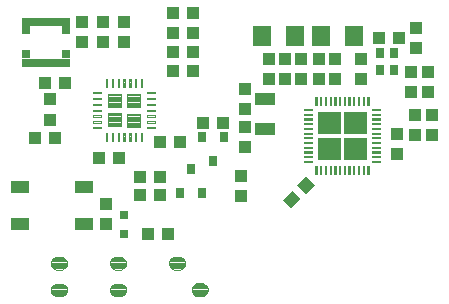
<source format=gtp>
G75*
%MOIN*%
%OFA0B0*%
%FSLAX25Y25*%
%IPPOS*%
%LPD*%
%AMOC8*
5,1,8,0,0,1.08239X$1,22.5*
%
%ADD10R,0.03937X0.04331*%
%ADD11R,0.04331X0.03937*%
%ADD12C,0.00197*%
%ADD13R,0.02953X0.03346*%
%ADD14C,0.00394*%
%ADD15R,0.16260X0.02677*%
%ADD16R,0.03071X0.02953*%
%ADD17R,0.02953X0.03071*%
%ADD18R,0.03150X0.03150*%
%ADD19R,0.06299X0.04331*%
%ADD20R,0.07087X0.03937*%
%ADD21R,0.06299X0.07087*%
%ADD22R,0.03150X0.03543*%
D10*
X0033855Y0084327D03*
X0033855Y0091020D03*
X0044682Y0110114D03*
X0044682Y0116807D03*
X0063875Y0065232D03*
X0063875Y0059130D03*
X0070568Y0059130D03*
X0070568Y0065232D03*
X0073453Y0046335D03*
X0066760Y0046335D03*
X0084938Y0083244D03*
X0091631Y0083244D03*
X0098973Y0081846D03*
X0099052Y0087791D03*
X0099052Y0094484D03*
X0106965Y0097870D03*
X0106965Y0104563D03*
X0112241Y0104563D03*
X0112241Y0097870D03*
X0117477Y0097870D03*
X0117477Y0104563D03*
X0123540Y0104563D03*
X0123540Y0097870D03*
X0128973Y0097870D03*
X0128973Y0104563D03*
X0137477Y0104563D03*
X0137477Y0097870D03*
X0149564Y0079602D03*
X0149564Y0072909D03*
X0155745Y0079209D03*
X0155745Y0085902D03*
X0154327Y0093579D03*
X0154327Y0100272D03*
X0156099Y0108185D03*
X0156099Y0114878D03*
X0159800Y0100272D03*
X0159800Y0093579D03*
X0161453Y0085902D03*
X0161453Y0079209D03*
X0098973Y0075154D03*
X0081493Y0100469D03*
X0081493Y0106768D03*
X0081493Y0113264D03*
X0081493Y0119760D03*
X0074800Y0119760D03*
X0074800Y0113264D03*
X0074800Y0106768D03*
X0074800Y0100469D03*
D11*
X0077162Y0076846D03*
X0070469Y0076846D03*
X0057083Y0071531D03*
X0050390Y0071531D03*
X0052556Y0056177D03*
X0052556Y0049484D03*
X0035627Y0078224D03*
X0028934Y0078224D03*
X0032280Y0096531D03*
X0038973Y0096531D03*
X0051572Y0110114D03*
X0051572Y0116807D03*
X0058658Y0116807D03*
X0058658Y0110114D03*
X0097635Y0065626D03*
X0097635Y0058933D03*
G36*
X0111638Y0057609D02*
X0114699Y0060670D01*
X0117482Y0057887D01*
X0114421Y0054826D01*
X0111638Y0057609D01*
G37*
G36*
X0116370Y0062341D02*
X0119431Y0065402D01*
X0122214Y0062619D01*
X0119153Y0059558D01*
X0116370Y0062341D01*
G37*
X0143698Y0111492D03*
X0150390Y0111492D03*
D12*
X0140154Y0091807D02*
X0139760Y0091807D01*
X0139760Y0089051D01*
X0140154Y0089051D01*
X0140154Y0091807D01*
X0140154Y0091757D02*
X0139760Y0091757D01*
X0139760Y0091562D02*
X0140154Y0091562D01*
X0140154Y0091366D02*
X0139760Y0091366D01*
X0139760Y0091171D02*
X0140154Y0091171D01*
X0140154Y0090976D02*
X0139760Y0090976D01*
X0139760Y0090780D02*
X0140154Y0090780D01*
X0140154Y0090585D02*
X0139760Y0090585D01*
X0139760Y0090390D02*
X0140154Y0090390D01*
X0140154Y0090194D02*
X0139760Y0090194D01*
X0139760Y0089999D02*
X0140154Y0089999D01*
X0140154Y0089804D02*
X0139760Y0089804D01*
X0139760Y0089608D02*
X0140154Y0089608D01*
X0140154Y0089413D02*
X0139760Y0089413D01*
X0139760Y0089217D02*
X0140154Y0089217D01*
X0138579Y0089217D02*
X0138186Y0089217D01*
X0138186Y0089051D02*
X0138186Y0091807D01*
X0138579Y0091807D01*
X0138579Y0089051D01*
X0138186Y0089051D01*
X0138186Y0089413D02*
X0138579Y0089413D01*
X0138579Y0089608D02*
X0138186Y0089608D01*
X0138186Y0089804D02*
X0138579Y0089804D01*
X0138579Y0089999D02*
X0138186Y0089999D01*
X0138186Y0090194D02*
X0138579Y0090194D01*
X0138579Y0090390D02*
X0138186Y0090390D01*
X0138186Y0090585D02*
X0138579Y0090585D01*
X0138579Y0090780D02*
X0138186Y0090780D01*
X0138186Y0090976D02*
X0138579Y0090976D01*
X0138579Y0091171D02*
X0138186Y0091171D01*
X0138186Y0091366D02*
X0138579Y0091366D01*
X0138579Y0091562D02*
X0138186Y0091562D01*
X0138186Y0091757D02*
X0138579Y0091757D01*
X0137005Y0091757D02*
X0136611Y0091757D01*
X0136611Y0091807D02*
X0137005Y0091807D01*
X0137005Y0089051D01*
X0136611Y0089051D01*
X0136611Y0091807D01*
X0136611Y0091562D02*
X0137005Y0091562D01*
X0137005Y0091366D02*
X0136611Y0091366D01*
X0136611Y0091171D02*
X0137005Y0091171D01*
X0137005Y0090976D02*
X0136611Y0090976D01*
X0136611Y0090780D02*
X0137005Y0090780D01*
X0137005Y0090585D02*
X0136611Y0090585D01*
X0136611Y0090390D02*
X0137005Y0090390D01*
X0137005Y0090194D02*
X0136611Y0090194D01*
X0136611Y0089999D02*
X0137005Y0089999D01*
X0137005Y0089804D02*
X0136611Y0089804D01*
X0136611Y0089608D02*
X0137005Y0089608D01*
X0137005Y0089413D02*
X0136611Y0089413D01*
X0136611Y0089217D02*
X0137005Y0089217D01*
X0135430Y0089217D02*
X0135036Y0089217D01*
X0135036Y0089051D02*
X0135036Y0091807D01*
X0135430Y0091807D01*
X0135430Y0089051D01*
X0135036Y0089051D01*
X0135036Y0089413D02*
X0135430Y0089413D01*
X0135430Y0089608D02*
X0135036Y0089608D01*
X0135036Y0089804D02*
X0135430Y0089804D01*
X0135430Y0089999D02*
X0135036Y0089999D01*
X0135036Y0090194D02*
X0135430Y0090194D01*
X0135430Y0090390D02*
X0135036Y0090390D01*
X0135036Y0090585D02*
X0135430Y0090585D01*
X0135430Y0090780D02*
X0135036Y0090780D01*
X0135036Y0090976D02*
X0135430Y0090976D01*
X0135430Y0091171D02*
X0135036Y0091171D01*
X0135036Y0091366D02*
X0135430Y0091366D01*
X0135430Y0091562D02*
X0135036Y0091562D01*
X0135036Y0091757D02*
X0135430Y0091757D01*
X0133855Y0091757D02*
X0133461Y0091757D01*
X0133461Y0091807D02*
X0133855Y0091807D01*
X0133855Y0089051D01*
X0133461Y0089051D01*
X0133461Y0091807D01*
X0133461Y0091562D02*
X0133855Y0091562D01*
X0133855Y0091366D02*
X0133461Y0091366D01*
X0133461Y0091171D02*
X0133855Y0091171D01*
X0133855Y0090976D02*
X0133461Y0090976D01*
X0133461Y0090780D02*
X0133855Y0090780D01*
X0133855Y0090585D02*
X0133461Y0090585D01*
X0133461Y0090390D02*
X0133855Y0090390D01*
X0133855Y0090194D02*
X0133461Y0090194D01*
X0133461Y0089999D02*
X0133855Y0089999D01*
X0133855Y0089804D02*
X0133461Y0089804D01*
X0133461Y0089608D02*
X0133855Y0089608D01*
X0133855Y0089413D02*
X0133461Y0089413D01*
X0133461Y0089217D02*
X0133855Y0089217D01*
X0132280Y0089217D02*
X0131886Y0089217D01*
X0131886Y0089051D02*
X0131886Y0091807D01*
X0132280Y0091807D01*
X0132280Y0089051D01*
X0131886Y0089051D01*
X0131886Y0089413D02*
X0132280Y0089413D01*
X0132280Y0089608D02*
X0131886Y0089608D01*
X0131886Y0089804D02*
X0132280Y0089804D01*
X0132280Y0089999D02*
X0131886Y0089999D01*
X0131886Y0090194D02*
X0132280Y0090194D01*
X0132280Y0090390D02*
X0131886Y0090390D01*
X0131886Y0090585D02*
X0132280Y0090585D01*
X0132280Y0090780D02*
X0131886Y0090780D01*
X0131886Y0090976D02*
X0132280Y0090976D01*
X0132280Y0091171D02*
X0131886Y0091171D01*
X0131886Y0091366D02*
X0132280Y0091366D01*
X0132280Y0091562D02*
X0131886Y0091562D01*
X0131886Y0091757D02*
X0132280Y0091757D01*
X0130705Y0091757D02*
X0130312Y0091757D01*
X0130312Y0091807D02*
X0130705Y0091807D01*
X0130705Y0089051D01*
X0130312Y0089051D01*
X0130312Y0091807D01*
X0130312Y0091562D02*
X0130705Y0091562D01*
X0130705Y0091366D02*
X0130312Y0091366D01*
X0130312Y0091171D02*
X0130705Y0091171D01*
X0130705Y0090976D02*
X0130312Y0090976D01*
X0130312Y0090780D02*
X0130705Y0090780D01*
X0130705Y0090585D02*
X0130312Y0090585D01*
X0130312Y0090390D02*
X0130705Y0090390D01*
X0130705Y0090194D02*
X0130312Y0090194D01*
X0130312Y0089999D02*
X0130705Y0089999D01*
X0130705Y0089804D02*
X0130312Y0089804D01*
X0130312Y0089608D02*
X0130705Y0089608D01*
X0130705Y0089413D02*
X0130312Y0089413D01*
X0130312Y0089217D02*
X0130705Y0089217D01*
X0129131Y0089217D02*
X0128737Y0089217D01*
X0128737Y0089051D02*
X0128737Y0091807D01*
X0129131Y0091807D01*
X0129131Y0089051D01*
X0128737Y0089051D01*
X0128737Y0089413D02*
X0129131Y0089413D01*
X0129131Y0089608D02*
X0128737Y0089608D01*
X0128737Y0089804D02*
X0129131Y0089804D01*
X0129131Y0089999D02*
X0128737Y0089999D01*
X0128737Y0090194D02*
X0129131Y0090194D01*
X0129131Y0090390D02*
X0128737Y0090390D01*
X0128737Y0090585D02*
X0129131Y0090585D01*
X0129131Y0090780D02*
X0128737Y0090780D01*
X0128737Y0090976D02*
X0129131Y0090976D01*
X0129131Y0091171D02*
X0128737Y0091171D01*
X0128737Y0091366D02*
X0129131Y0091366D01*
X0129131Y0091562D02*
X0128737Y0091562D01*
X0128737Y0091757D02*
X0129131Y0091757D01*
X0127556Y0091757D02*
X0127162Y0091757D01*
X0127162Y0091807D02*
X0127556Y0091807D01*
X0127556Y0089051D01*
X0127162Y0089051D01*
X0127162Y0091807D01*
X0127162Y0091562D02*
X0127556Y0091562D01*
X0127556Y0091366D02*
X0127162Y0091366D01*
X0127162Y0091171D02*
X0127556Y0091171D01*
X0127556Y0090976D02*
X0127162Y0090976D01*
X0127162Y0090780D02*
X0127556Y0090780D01*
X0127556Y0090585D02*
X0127162Y0090585D01*
X0127162Y0090390D02*
X0127556Y0090390D01*
X0127556Y0090194D02*
X0127162Y0090194D01*
X0127162Y0089999D02*
X0127556Y0089999D01*
X0127556Y0089804D02*
X0127162Y0089804D01*
X0127162Y0089608D02*
X0127556Y0089608D01*
X0127556Y0089413D02*
X0127162Y0089413D01*
X0127162Y0089217D02*
X0127556Y0089217D01*
X0125981Y0089217D02*
X0125587Y0089217D01*
X0125587Y0089051D02*
X0125587Y0091807D01*
X0125981Y0091807D01*
X0125981Y0089051D01*
X0125587Y0089051D01*
X0125587Y0089413D02*
X0125981Y0089413D01*
X0125981Y0089608D02*
X0125587Y0089608D01*
X0125587Y0089804D02*
X0125981Y0089804D01*
X0125981Y0089999D02*
X0125587Y0089999D01*
X0125587Y0090194D02*
X0125981Y0090194D01*
X0125981Y0090390D02*
X0125587Y0090390D01*
X0125587Y0090585D02*
X0125981Y0090585D01*
X0125981Y0090780D02*
X0125587Y0090780D01*
X0125587Y0090976D02*
X0125981Y0090976D01*
X0125981Y0091171D02*
X0125587Y0091171D01*
X0125587Y0091366D02*
X0125981Y0091366D01*
X0125981Y0091562D02*
X0125587Y0091562D01*
X0125587Y0091757D02*
X0125981Y0091757D01*
X0124406Y0091757D02*
X0124012Y0091757D01*
X0124012Y0091807D02*
X0124406Y0091807D01*
X0124406Y0089051D01*
X0124012Y0089051D01*
X0124012Y0091807D01*
X0124012Y0091562D02*
X0124406Y0091562D01*
X0124406Y0091366D02*
X0124012Y0091366D01*
X0124012Y0091171D02*
X0124406Y0091171D01*
X0124406Y0090976D02*
X0124012Y0090976D01*
X0124012Y0090780D02*
X0124406Y0090780D01*
X0124406Y0090585D02*
X0124012Y0090585D01*
X0124012Y0090390D02*
X0124406Y0090390D01*
X0124406Y0090194D02*
X0124012Y0090194D01*
X0124012Y0089999D02*
X0124406Y0089999D01*
X0124406Y0089804D02*
X0124012Y0089804D01*
X0124012Y0089608D02*
X0124406Y0089608D01*
X0124406Y0089413D02*
X0124012Y0089413D01*
X0124012Y0089217D02*
X0124406Y0089217D01*
X0122831Y0089217D02*
X0122438Y0089217D01*
X0122438Y0089051D02*
X0122438Y0091807D01*
X0122831Y0091807D01*
X0122831Y0089051D01*
X0122438Y0089051D01*
X0122438Y0089413D02*
X0122831Y0089413D01*
X0122831Y0089608D02*
X0122438Y0089608D01*
X0122438Y0089804D02*
X0122831Y0089804D01*
X0122831Y0089999D02*
X0122438Y0089999D01*
X0122438Y0090194D02*
X0122831Y0090194D01*
X0122831Y0090390D02*
X0122438Y0090390D01*
X0122438Y0090585D02*
X0122831Y0090585D01*
X0122831Y0090780D02*
X0122438Y0090780D01*
X0122438Y0090976D02*
X0122831Y0090976D01*
X0122831Y0091171D02*
X0122438Y0091171D01*
X0122438Y0091366D02*
X0122831Y0091366D01*
X0122831Y0091562D02*
X0122438Y0091562D01*
X0122438Y0091757D02*
X0122831Y0091757D01*
X0121257Y0087870D02*
X0121257Y0087476D01*
X0118501Y0087476D01*
X0118501Y0087870D01*
X0121257Y0087870D01*
X0121257Y0087850D02*
X0118501Y0087850D01*
X0118501Y0087655D02*
X0121257Y0087655D01*
X0121257Y0086295D02*
X0121257Y0085902D01*
X0118501Y0085902D01*
X0118501Y0086295D01*
X0121257Y0086295D01*
X0121257Y0086287D02*
X0118501Y0086287D01*
X0118501Y0086092D02*
X0121257Y0086092D01*
X0121257Y0084720D02*
X0121257Y0084327D01*
X0118501Y0084327D01*
X0118501Y0084720D01*
X0121257Y0084720D01*
X0121257Y0084529D02*
X0118501Y0084529D01*
X0118501Y0084333D02*
X0121257Y0084333D01*
X0121257Y0083146D02*
X0121257Y0082752D01*
X0118501Y0082752D01*
X0118501Y0083146D01*
X0121257Y0083146D01*
X0121257Y0082966D02*
X0118501Y0082966D01*
X0118501Y0082771D02*
X0121257Y0082771D01*
X0121257Y0081571D02*
X0121257Y0081177D01*
X0118501Y0081177D01*
X0118501Y0081571D01*
X0121257Y0081571D01*
X0121257Y0081403D02*
X0118501Y0081403D01*
X0118501Y0081208D02*
X0121257Y0081208D01*
X0121257Y0079996D02*
X0121257Y0079602D01*
X0118501Y0079602D01*
X0118501Y0079996D01*
X0121257Y0079996D01*
X0121257Y0079840D02*
X0118501Y0079840D01*
X0118501Y0079645D02*
X0121257Y0079645D01*
X0121257Y0078421D02*
X0121257Y0078028D01*
X0118501Y0078028D01*
X0118501Y0078421D01*
X0121257Y0078421D01*
X0121257Y0078277D02*
X0118501Y0078277D01*
X0118501Y0078082D02*
X0121257Y0078082D01*
X0121257Y0076846D02*
X0121257Y0076453D01*
X0118501Y0076453D01*
X0118501Y0076846D01*
X0121257Y0076846D01*
X0121257Y0076714D02*
X0118501Y0076714D01*
X0118501Y0076519D02*
X0121257Y0076519D01*
X0121257Y0075272D02*
X0121257Y0074878D01*
X0118501Y0074878D01*
X0118501Y0075272D01*
X0121257Y0075272D01*
X0121257Y0075151D02*
X0118501Y0075151D01*
X0118501Y0074956D02*
X0121257Y0074956D01*
X0121257Y0073697D02*
X0121257Y0073303D01*
X0118501Y0073303D01*
X0118501Y0073697D01*
X0121257Y0073697D01*
X0121257Y0073589D02*
X0118501Y0073589D01*
X0118501Y0073393D02*
X0121257Y0073393D01*
X0121257Y0072122D02*
X0121257Y0071728D01*
X0118501Y0071728D01*
X0118501Y0072122D01*
X0121257Y0072122D01*
X0121257Y0072026D02*
X0118501Y0072026D01*
X0118501Y0071830D02*
X0121257Y0071830D01*
X0121257Y0070547D02*
X0121257Y0070154D01*
X0118501Y0070154D01*
X0118501Y0070547D01*
X0121257Y0070547D01*
X0121257Y0070463D02*
X0118501Y0070463D01*
X0118501Y0070267D02*
X0121257Y0070267D01*
X0122438Y0068972D02*
X0122831Y0068972D01*
X0122831Y0066217D01*
X0122438Y0066217D01*
X0122438Y0068972D01*
X0122438Y0068900D02*
X0122831Y0068900D01*
X0122831Y0068704D02*
X0122438Y0068704D01*
X0122438Y0068509D02*
X0122831Y0068509D01*
X0122831Y0068314D02*
X0122438Y0068314D01*
X0122438Y0068118D02*
X0122831Y0068118D01*
X0122831Y0067923D02*
X0122438Y0067923D01*
X0122438Y0067728D02*
X0122831Y0067728D01*
X0122831Y0067532D02*
X0122438Y0067532D01*
X0122438Y0067337D02*
X0122831Y0067337D01*
X0122831Y0067142D02*
X0122438Y0067142D01*
X0122438Y0066946D02*
X0122831Y0066946D01*
X0122831Y0066751D02*
X0122438Y0066751D01*
X0122438Y0066555D02*
X0122831Y0066555D01*
X0122831Y0066360D02*
X0122438Y0066360D01*
X0124012Y0066360D02*
X0124406Y0066360D01*
X0124406Y0066217D02*
X0124012Y0066217D01*
X0124012Y0068972D01*
X0124406Y0068972D01*
X0124406Y0066217D01*
X0124406Y0066555D02*
X0124012Y0066555D01*
X0124012Y0066751D02*
X0124406Y0066751D01*
X0124406Y0066946D02*
X0124012Y0066946D01*
X0124012Y0067142D02*
X0124406Y0067142D01*
X0124406Y0067337D02*
X0124012Y0067337D01*
X0124012Y0067532D02*
X0124406Y0067532D01*
X0124406Y0067728D02*
X0124012Y0067728D01*
X0124012Y0067923D02*
X0124406Y0067923D01*
X0124406Y0068118D02*
X0124012Y0068118D01*
X0124012Y0068314D02*
X0124406Y0068314D01*
X0124406Y0068509D02*
X0124012Y0068509D01*
X0124012Y0068704D02*
X0124406Y0068704D01*
X0124406Y0068900D02*
X0124012Y0068900D01*
X0125587Y0068900D02*
X0125981Y0068900D01*
X0125981Y0068972D02*
X0125981Y0066217D01*
X0125587Y0066217D01*
X0125587Y0068972D01*
X0125981Y0068972D01*
X0125981Y0068704D02*
X0125587Y0068704D01*
X0125587Y0068509D02*
X0125981Y0068509D01*
X0125981Y0068314D02*
X0125587Y0068314D01*
X0125587Y0068118D02*
X0125981Y0068118D01*
X0125981Y0067923D02*
X0125587Y0067923D01*
X0125587Y0067728D02*
X0125981Y0067728D01*
X0125981Y0067532D02*
X0125587Y0067532D01*
X0125587Y0067337D02*
X0125981Y0067337D01*
X0125981Y0067142D02*
X0125587Y0067142D01*
X0125587Y0066946D02*
X0125981Y0066946D01*
X0125981Y0066751D02*
X0125587Y0066751D01*
X0125587Y0066555D02*
X0125981Y0066555D01*
X0125981Y0066360D02*
X0125587Y0066360D01*
X0127162Y0066360D02*
X0127556Y0066360D01*
X0127556Y0066217D02*
X0127162Y0066217D01*
X0127162Y0068972D01*
X0127556Y0068972D01*
X0127556Y0066217D01*
X0127556Y0066555D02*
X0127162Y0066555D01*
X0127162Y0066751D02*
X0127556Y0066751D01*
X0127556Y0066946D02*
X0127162Y0066946D01*
X0127162Y0067142D02*
X0127556Y0067142D01*
X0127556Y0067337D02*
X0127162Y0067337D01*
X0127162Y0067532D02*
X0127556Y0067532D01*
X0127556Y0067728D02*
X0127162Y0067728D01*
X0127162Y0067923D02*
X0127556Y0067923D01*
X0127556Y0068118D02*
X0127162Y0068118D01*
X0127162Y0068314D02*
X0127556Y0068314D01*
X0127556Y0068509D02*
X0127162Y0068509D01*
X0127162Y0068704D02*
X0127556Y0068704D01*
X0127556Y0068900D02*
X0127162Y0068900D01*
X0128737Y0068900D02*
X0129131Y0068900D01*
X0129131Y0068972D02*
X0129131Y0066217D01*
X0128737Y0066217D01*
X0128737Y0068972D01*
X0129131Y0068972D01*
X0129131Y0068704D02*
X0128737Y0068704D01*
X0128737Y0068509D02*
X0129131Y0068509D01*
X0129131Y0068314D02*
X0128737Y0068314D01*
X0128737Y0068118D02*
X0129131Y0068118D01*
X0129131Y0067923D02*
X0128737Y0067923D01*
X0128737Y0067728D02*
X0129131Y0067728D01*
X0129131Y0067532D02*
X0128737Y0067532D01*
X0128737Y0067337D02*
X0129131Y0067337D01*
X0129131Y0067142D02*
X0128737Y0067142D01*
X0128737Y0066946D02*
X0129131Y0066946D01*
X0129131Y0066751D02*
X0128737Y0066751D01*
X0128737Y0066555D02*
X0129131Y0066555D01*
X0129131Y0066360D02*
X0128737Y0066360D01*
X0130312Y0066360D02*
X0130705Y0066360D01*
X0130705Y0066217D02*
X0130312Y0066217D01*
X0130312Y0068972D01*
X0130705Y0068972D01*
X0130705Y0066217D01*
X0130705Y0066555D02*
X0130312Y0066555D01*
X0130312Y0066751D02*
X0130705Y0066751D01*
X0130705Y0066946D02*
X0130312Y0066946D01*
X0130312Y0067142D02*
X0130705Y0067142D01*
X0130705Y0067337D02*
X0130312Y0067337D01*
X0130312Y0067532D02*
X0130705Y0067532D01*
X0130705Y0067728D02*
X0130312Y0067728D01*
X0130312Y0067923D02*
X0130705Y0067923D01*
X0130705Y0068118D02*
X0130312Y0068118D01*
X0130312Y0068314D02*
X0130705Y0068314D01*
X0130705Y0068509D02*
X0130312Y0068509D01*
X0130312Y0068704D02*
X0130705Y0068704D01*
X0130705Y0068900D02*
X0130312Y0068900D01*
X0131886Y0068900D02*
X0132280Y0068900D01*
X0132280Y0068972D02*
X0132280Y0066217D01*
X0131886Y0066217D01*
X0131886Y0068972D01*
X0132280Y0068972D01*
X0132280Y0068704D02*
X0131886Y0068704D01*
X0131886Y0068509D02*
X0132280Y0068509D01*
X0132280Y0068314D02*
X0131886Y0068314D01*
X0131886Y0068118D02*
X0132280Y0068118D01*
X0132280Y0067923D02*
X0131886Y0067923D01*
X0131886Y0067728D02*
X0132280Y0067728D01*
X0132280Y0067532D02*
X0131886Y0067532D01*
X0131886Y0067337D02*
X0132280Y0067337D01*
X0132280Y0067142D02*
X0131886Y0067142D01*
X0131886Y0066946D02*
X0132280Y0066946D01*
X0132280Y0066751D02*
X0131886Y0066751D01*
X0131886Y0066555D02*
X0132280Y0066555D01*
X0132280Y0066360D02*
X0131886Y0066360D01*
X0133461Y0066360D02*
X0133855Y0066360D01*
X0133855Y0066217D02*
X0133461Y0066217D01*
X0133461Y0068972D01*
X0133855Y0068972D01*
X0133855Y0066217D01*
X0133855Y0066555D02*
X0133461Y0066555D01*
X0133461Y0066751D02*
X0133855Y0066751D01*
X0133855Y0066946D02*
X0133461Y0066946D01*
X0133461Y0067142D02*
X0133855Y0067142D01*
X0133855Y0067337D02*
X0133461Y0067337D01*
X0133461Y0067532D02*
X0133855Y0067532D01*
X0133855Y0067728D02*
X0133461Y0067728D01*
X0133461Y0067923D02*
X0133855Y0067923D01*
X0133855Y0068118D02*
X0133461Y0068118D01*
X0133461Y0068314D02*
X0133855Y0068314D01*
X0133855Y0068509D02*
X0133461Y0068509D01*
X0133461Y0068704D02*
X0133855Y0068704D01*
X0133855Y0068900D02*
X0133461Y0068900D01*
X0135036Y0068900D02*
X0135430Y0068900D01*
X0135430Y0068972D02*
X0135430Y0066217D01*
X0135036Y0066217D01*
X0135036Y0068972D01*
X0135430Y0068972D01*
X0135430Y0068704D02*
X0135036Y0068704D01*
X0135036Y0068509D02*
X0135430Y0068509D01*
X0135430Y0068314D02*
X0135036Y0068314D01*
X0135036Y0068118D02*
X0135430Y0068118D01*
X0135430Y0067923D02*
X0135036Y0067923D01*
X0135036Y0067728D02*
X0135430Y0067728D01*
X0135430Y0067532D02*
X0135036Y0067532D01*
X0135036Y0067337D02*
X0135430Y0067337D01*
X0135430Y0067142D02*
X0135036Y0067142D01*
X0135036Y0066946D02*
X0135430Y0066946D01*
X0135430Y0066751D02*
X0135036Y0066751D01*
X0135036Y0066555D02*
X0135430Y0066555D01*
X0135430Y0066360D02*
X0135036Y0066360D01*
X0136611Y0066360D02*
X0137005Y0066360D01*
X0137005Y0066217D02*
X0136611Y0066217D01*
X0136611Y0068972D01*
X0137005Y0068972D01*
X0137005Y0066217D01*
X0137005Y0066555D02*
X0136611Y0066555D01*
X0136611Y0066751D02*
X0137005Y0066751D01*
X0137005Y0066946D02*
X0136611Y0066946D01*
X0136611Y0067142D02*
X0137005Y0067142D01*
X0137005Y0067337D02*
X0136611Y0067337D01*
X0136611Y0067532D02*
X0137005Y0067532D01*
X0137005Y0067728D02*
X0136611Y0067728D01*
X0136611Y0067923D02*
X0137005Y0067923D01*
X0137005Y0068118D02*
X0136611Y0068118D01*
X0136611Y0068314D02*
X0137005Y0068314D01*
X0137005Y0068509D02*
X0136611Y0068509D01*
X0136611Y0068704D02*
X0137005Y0068704D01*
X0137005Y0068900D02*
X0136611Y0068900D01*
X0138186Y0068900D02*
X0138579Y0068900D01*
X0138579Y0068972D02*
X0138579Y0066217D01*
X0138186Y0066217D01*
X0138186Y0068972D01*
X0138579Y0068972D01*
X0138579Y0068704D02*
X0138186Y0068704D01*
X0138186Y0068509D02*
X0138579Y0068509D01*
X0138579Y0068314D02*
X0138186Y0068314D01*
X0138186Y0068118D02*
X0138579Y0068118D01*
X0138579Y0067923D02*
X0138186Y0067923D01*
X0138186Y0067728D02*
X0138579Y0067728D01*
X0138579Y0067532D02*
X0138186Y0067532D01*
X0138186Y0067337D02*
X0138579Y0067337D01*
X0138579Y0067142D02*
X0138186Y0067142D01*
X0138186Y0066946D02*
X0138579Y0066946D01*
X0138579Y0066751D02*
X0138186Y0066751D01*
X0138186Y0066555D02*
X0138579Y0066555D01*
X0138579Y0066360D02*
X0138186Y0066360D01*
X0139760Y0066360D02*
X0140154Y0066360D01*
X0140154Y0066217D02*
X0139760Y0066217D01*
X0139760Y0068972D01*
X0140154Y0068972D01*
X0140154Y0066217D01*
X0140154Y0066555D02*
X0139760Y0066555D01*
X0139760Y0066751D02*
X0140154Y0066751D01*
X0140154Y0066946D02*
X0139760Y0066946D01*
X0139760Y0067142D02*
X0140154Y0067142D01*
X0140154Y0067337D02*
X0139760Y0067337D01*
X0139760Y0067532D02*
X0140154Y0067532D01*
X0140154Y0067728D02*
X0139760Y0067728D01*
X0139760Y0067923D02*
X0140154Y0067923D01*
X0140154Y0068118D02*
X0139760Y0068118D01*
X0139760Y0068314D02*
X0140154Y0068314D01*
X0140154Y0068509D02*
X0139760Y0068509D01*
X0139760Y0068704D02*
X0140154Y0068704D01*
X0140154Y0068900D02*
X0139760Y0068900D01*
X0141335Y0070154D02*
X0141335Y0070547D01*
X0144091Y0070547D01*
X0144091Y0070154D01*
X0141335Y0070154D01*
X0141335Y0070267D02*
X0144091Y0070267D01*
X0144091Y0070463D02*
X0141335Y0070463D01*
X0141335Y0071728D02*
X0141335Y0072122D01*
X0144091Y0072122D01*
X0144091Y0071728D01*
X0141335Y0071728D01*
X0141335Y0071830D02*
X0144091Y0071830D01*
X0144091Y0072026D02*
X0141335Y0072026D01*
X0141335Y0073303D02*
X0141335Y0073697D01*
X0144091Y0073697D01*
X0144091Y0073303D01*
X0141335Y0073303D01*
X0141335Y0073393D02*
X0144091Y0073393D01*
X0144091Y0073589D02*
X0141335Y0073589D01*
X0141335Y0074878D02*
X0141335Y0075272D01*
X0144091Y0075272D01*
X0144091Y0074878D01*
X0141335Y0074878D01*
X0141335Y0074956D02*
X0144091Y0074956D01*
X0144091Y0075151D02*
X0141335Y0075151D01*
X0141335Y0076453D02*
X0141335Y0076846D01*
X0144091Y0076846D01*
X0144091Y0076453D01*
X0141335Y0076453D01*
X0141335Y0076519D02*
X0144091Y0076519D01*
X0144091Y0076714D02*
X0141335Y0076714D01*
X0141335Y0078028D02*
X0141335Y0078421D01*
X0144091Y0078421D01*
X0144091Y0078028D01*
X0141335Y0078028D01*
X0141335Y0078082D02*
X0144091Y0078082D01*
X0144091Y0078277D02*
X0141335Y0078277D01*
X0141335Y0079602D02*
X0141335Y0079996D01*
X0144091Y0079996D01*
X0144091Y0079602D01*
X0141335Y0079602D01*
X0141335Y0079645D02*
X0144091Y0079645D01*
X0144091Y0079840D02*
X0141335Y0079840D01*
X0141335Y0081177D02*
X0141335Y0081571D01*
X0144091Y0081571D01*
X0144091Y0081177D01*
X0141335Y0081177D01*
X0141335Y0081208D02*
X0144091Y0081208D01*
X0144091Y0081403D02*
X0141335Y0081403D01*
X0141335Y0082752D02*
X0141335Y0083146D01*
X0144091Y0083146D01*
X0144091Y0082752D01*
X0141335Y0082752D01*
X0141335Y0082771D02*
X0144091Y0082771D01*
X0144091Y0082966D02*
X0141335Y0082966D01*
X0141335Y0084327D02*
X0141335Y0084720D01*
X0144091Y0084720D01*
X0144091Y0084327D01*
X0141335Y0084327D01*
X0141335Y0084333D02*
X0144091Y0084333D01*
X0144091Y0084529D02*
X0141335Y0084529D01*
X0141335Y0085902D02*
X0141335Y0086295D01*
X0144091Y0086295D01*
X0144091Y0085902D01*
X0141335Y0085902D01*
X0141335Y0086092D02*
X0144091Y0086092D01*
X0144091Y0086287D02*
X0141335Y0086287D01*
X0141335Y0087476D02*
X0141335Y0087870D01*
X0144091Y0087870D01*
X0144091Y0087476D01*
X0141335Y0087476D01*
X0141335Y0087655D02*
X0144091Y0087655D01*
X0144091Y0087850D02*
X0141335Y0087850D01*
X0139170Y0086886D02*
X0139170Y0079799D01*
X0132083Y0079799D01*
X0132083Y0086886D01*
X0139170Y0086886D01*
X0139170Y0086873D02*
X0132083Y0086873D01*
X0132083Y0086678D02*
X0139170Y0086678D01*
X0139170Y0086482D02*
X0132083Y0086482D01*
X0132083Y0086287D02*
X0139170Y0086287D01*
X0139170Y0086092D02*
X0132083Y0086092D01*
X0132083Y0085896D02*
X0139170Y0085896D01*
X0139170Y0085701D02*
X0132083Y0085701D01*
X0132083Y0085506D02*
X0139170Y0085506D01*
X0139170Y0085310D02*
X0132083Y0085310D01*
X0132083Y0085115D02*
X0139170Y0085115D01*
X0139170Y0084920D02*
X0132083Y0084920D01*
X0132083Y0084724D02*
X0139170Y0084724D01*
X0139170Y0084529D02*
X0132083Y0084529D01*
X0132083Y0084333D02*
X0139170Y0084333D01*
X0139170Y0084138D02*
X0132083Y0084138D01*
X0132083Y0083943D02*
X0139170Y0083943D01*
X0139170Y0083747D02*
X0132083Y0083747D01*
X0132083Y0083552D02*
X0139170Y0083552D01*
X0139170Y0083357D02*
X0132083Y0083357D01*
X0132083Y0083161D02*
X0139170Y0083161D01*
X0139170Y0082966D02*
X0132083Y0082966D01*
X0132083Y0082771D02*
X0139170Y0082771D01*
X0139170Y0082575D02*
X0132083Y0082575D01*
X0132083Y0082380D02*
X0139170Y0082380D01*
X0139170Y0082184D02*
X0132083Y0082184D01*
X0132083Y0081989D02*
X0139170Y0081989D01*
X0139170Y0081794D02*
X0132083Y0081794D01*
X0132083Y0081598D02*
X0139170Y0081598D01*
X0139170Y0081403D02*
X0132083Y0081403D01*
X0132083Y0081208D02*
X0139170Y0081208D01*
X0139170Y0081012D02*
X0132083Y0081012D01*
X0132083Y0080817D02*
X0139170Y0080817D01*
X0139170Y0080622D02*
X0132083Y0080622D01*
X0132083Y0080426D02*
X0139170Y0080426D01*
X0139170Y0080231D02*
X0132083Y0080231D01*
X0132083Y0080035D02*
X0139170Y0080035D01*
X0139170Y0079840D02*
X0132083Y0079840D01*
X0130509Y0079840D02*
X0123422Y0079840D01*
X0123422Y0079799D02*
X0123422Y0086886D01*
X0130509Y0086886D01*
X0130509Y0079799D01*
X0123422Y0079799D01*
X0123422Y0080035D02*
X0130509Y0080035D01*
X0130509Y0080231D02*
X0123422Y0080231D01*
X0123422Y0080426D02*
X0130509Y0080426D01*
X0130509Y0080622D02*
X0123422Y0080622D01*
X0123422Y0080817D02*
X0130509Y0080817D01*
X0130509Y0081012D02*
X0123422Y0081012D01*
X0123422Y0081208D02*
X0130509Y0081208D01*
X0130509Y0081403D02*
X0123422Y0081403D01*
X0123422Y0081598D02*
X0130509Y0081598D01*
X0130509Y0081794D02*
X0123422Y0081794D01*
X0123422Y0081989D02*
X0130509Y0081989D01*
X0130509Y0082184D02*
X0123422Y0082184D01*
X0123422Y0082380D02*
X0130509Y0082380D01*
X0130509Y0082575D02*
X0123422Y0082575D01*
X0123422Y0082771D02*
X0130509Y0082771D01*
X0130509Y0082966D02*
X0123422Y0082966D01*
X0123422Y0083161D02*
X0130509Y0083161D01*
X0130509Y0083357D02*
X0123422Y0083357D01*
X0123422Y0083552D02*
X0130509Y0083552D01*
X0130509Y0083747D02*
X0123422Y0083747D01*
X0123422Y0083943D02*
X0130509Y0083943D01*
X0130509Y0084138D02*
X0123422Y0084138D01*
X0123422Y0084333D02*
X0130509Y0084333D01*
X0130509Y0084529D02*
X0123422Y0084529D01*
X0123422Y0084724D02*
X0130509Y0084724D01*
X0130509Y0084920D02*
X0123422Y0084920D01*
X0123422Y0085115D02*
X0130509Y0085115D01*
X0130509Y0085310D02*
X0123422Y0085310D01*
X0123422Y0085506D02*
X0130509Y0085506D01*
X0130509Y0085701D02*
X0123422Y0085701D01*
X0123422Y0085896D02*
X0130509Y0085896D01*
X0130509Y0086092D02*
X0123422Y0086092D01*
X0123422Y0086287D02*
X0130509Y0086287D01*
X0130509Y0086482D02*
X0123422Y0086482D01*
X0123422Y0086678D02*
X0130509Y0086678D01*
X0130509Y0086873D02*
X0123422Y0086873D01*
X0123422Y0078224D02*
X0123422Y0071138D01*
X0130509Y0071138D01*
X0130509Y0078224D01*
X0123422Y0078224D01*
X0123422Y0078082D02*
X0130509Y0078082D01*
X0130509Y0077886D02*
X0123422Y0077886D01*
X0123422Y0077691D02*
X0130509Y0077691D01*
X0130509Y0077496D02*
X0123422Y0077496D01*
X0123422Y0077300D02*
X0130509Y0077300D01*
X0130509Y0077105D02*
X0123422Y0077105D01*
X0123422Y0076910D02*
X0130509Y0076910D01*
X0130509Y0076714D02*
X0123422Y0076714D01*
X0123422Y0076519D02*
X0130509Y0076519D01*
X0130509Y0076324D02*
X0123422Y0076324D01*
X0123422Y0076128D02*
X0130509Y0076128D01*
X0130509Y0075933D02*
X0123422Y0075933D01*
X0123422Y0075738D02*
X0130509Y0075738D01*
X0130509Y0075542D02*
X0123422Y0075542D01*
X0123422Y0075347D02*
X0130509Y0075347D01*
X0130509Y0075151D02*
X0123422Y0075151D01*
X0123422Y0074956D02*
X0130509Y0074956D01*
X0130509Y0074761D02*
X0123422Y0074761D01*
X0123422Y0074565D02*
X0130509Y0074565D01*
X0130509Y0074370D02*
X0123422Y0074370D01*
X0123422Y0074175D02*
X0130509Y0074175D01*
X0130509Y0073979D02*
X0123422Y0073979D01*
X0123422Y0073784D02*
X0130509Y0073784D01*
X0130509Y0073589D02*
X0123422Y0073589D01*
X0123422Y0073393D02*
X0130509Y0073393D01*
X0130509Y0073198D02*
X0123422Y0073198D01*
X0123422Y0073002D02*
X0130509Y0073002D01*
X0130509Y0072807D02*
X0123422Y0072807D01*
X0123422Y0072612D02*
X0130509Y0072612D01*
X0130509Y0072416D02*
X0123422Y0072416D01*
X0123422Y0072221D02*
X0130509Y0072221D01*
X0130509Y0072026D02*
X0123422Y0072026D01*
X0123422Y0071830D02*
X0130509Y0071830D01*
X0130509Y0071635D02*
X0123422Y0071635D01*
X0123422Y0071440D02*
X0130509Y0071440D01*
X0130509Y0071244D02*
X0123422Y0071244D01*
X0132083Y0071244D02*
X0139170Y0071244D01*
X0139170Y0071138D02*
X0132083Y0071138D01*
X0132083Y0078224D01*
X0139170Y0078224D01*
X0139170Y0071138D01*
X0139170Y0071440D02*
X0132083Y0071440D01*
X0132083Y0071635D02*
X0139170Y0071635D01*
X0139170Y0071830D02*
X0132083Y0071830D01*
X0132083Y0072026D02*
X0139170Y0072026D01*
X0139170Y0072221D02*
X0132083Y0072221D01*
X0132083Y0072416D02*
X0139170Y0072416D01*
X0139170Y0072612D02*
X0132083Y0072612D01*
X0132083Y0072807D02*
X0139170Y0072807D01*
X0139170Y0073002D02*
X0132083Y0073002D01*
X0132083Y0073198D02*
X0139170Y0073198D01*
X0139170Y0073393D02*
X0132083Y0073393D01*
X0132083Y0073589D02*
X0139170Y0073589D01*
X0139170Y0073784D02*
X0132083Y0073784D01*
X0132083Y0073979D02*
X0139170Y0073979D01*
X0139170Y0074175D02*
X0132083Y0074175D01*
X0132083Y0074370D02*
X0139170Y0074370D01*
X0139170Y0074565D02*
X0132083Y0074565D01*
X0132083Y0074761D02*
X0139170Y0074761D01*
X0139170Y0074956D02*
X0132083Y0074956D01*
X0132083Y0075151D02*
X0139170Y0075151D01*
X0139170Y0075347D02*
X0132083Y0075347D01*
X0132083Y0075542D02*
X0139170Y0075542D01*
X0139170Y0075738D02*
X0132083Y0075738D01*
X0132083Y0075933D02*
X0139170Y0075933D01*
X0139170Y0076128D02*
X0132083Y0076128D01*
X0132083Y0076324D02*
X0139170Y0076324D01*
X0139170Y0076519D02*
X0132083Y0076519D01*
X0132083Y0076714D02*
X0139170Y0076714D01*
X0139170Y0076910D02*
X0132083Y0076910D01*
X0132083Y0077105D02*
X0139170Y0077105D01*
X0139170Y0077300D02*
X0132083Y0077300D01*
X0132083Y0077496D02*
X0139170Y0077496D01*
X0139170Y0077691D02*
X0132083Y0077691D01*
X0132083Y0077886D02*
X0139170Y0077886D01*
X0139170Y0078082D02*
X0132083Y0078082D01*
D13*
X0143953Y0100764D03*
X0143953Y0106472D03*
X0148481Y0106472D03*
X0148481Y0100764D03*
D14*
X0086119Y0028913D02*
X0086512Y0028126D01*
X0086512Y0027142D01*
X0086119Y0026354D01*
X0085725Y0025961D01*
X0084938Y0025567D01*
X0082772Y0025567D01*
X0081985Y0025961D01*
X0081591Y0026354D01*
X0081198Y0027142D01*
X0081198Y0028126D01*
X0081591Y0028913D01*
X0081985Y0029307D01*
X0082772Y0029701D01*
X0084938Y0029701D01*
X0085725Y0029307D01*
X0086119Y0028913D01*
X0086159Y0028833D02*
X0081551Y0028833D01*
X0081355Y0028441D02*
X0086355Y0028441D01*
X0086512Y0028048D02*
X0081198Y0028048D01*
X0081198Y0027656D02*
X0086512Y0027656D01*
X0086512Y0027264D02*
X0081198Y0027264D01*
X0081332Y0026872D02*
X0086377Y0026872D01*
X0086181Y0026480D02*
X0081529Y0026480D01*
X0081858Y0026087D02*
X0085852Y0026087D01*
X0085194Y0025695D02*
X0082516Y0025695D01*
X0081903Y0029225D02*
X0085807Y0029225D01*
X0085105Y0029617D02*
X0082605Y0029617D01*
X0078540Y0035114D02*
X0078934Y0035902D01*
X0078934Y0036098D01*
X0078934Y0036886D01*
X0078540Y0037673D01*
X0078146Y0038067D01*
X0077359Y0038461D01*
X0075194Y0038461D01*
X0074406Y0038067D01*
X0074012Y0037673D01*
X0073816Y0037280D01*
X0073619Y0036886D01*
X0073619Y0035902D01*
X0073816Y0035508D01*
X0074012Y0035114D01*
X0074406Y0034720D01*
X0075194Y0034327D01*
X0077359Y0034327D01*
X0078146Y0034720D01*
X0078540Y0035114D01*
X0078534Y0035108D02*
X0074018Y0035108D01*
X0073819Y0035500D02*
X0078733Y0035500D01*
X0078929Y0035893D02*
X0073623Y0035893D01*
X0073619Y0036285D02*
X0078934Y0036285D01*
X0078934Y0036677D02*
X0073619Y0036677D01*
X0073710Y0037069D02*
X0078842Y0037069D01*
X0078646Y0037461D02*
X0073907Y0037461D01*
X0074193Y0037854D02*
X0078360Y0037854D01*
X0077788Y0038246D02*
X0074764Y0038246D01*
X0074415Y0034716D02*
X0078137Y0034716D01*
X0059249Y0035902D02*
X0059249Y0036098D01*
X0059249Y0036886D01*
X0058855Y0037673D01*
X0058461Y0038067D01*
X0057674Y0038461D01*
X0055509Y0038461D01*
X0054721Y0038067D01*
X0054327Y0037673D01*
X0054131Y0037280D01*
X0053934Y0036886D01*
X0053934Y0035902D01*
X0054131Y0035508D01*
X0054327Y0035114D01*
X0054721Y0034720D01*
X0055509Y0034327D01*
X0057674Y0034327D01*
X0058461Y0034720D01*
X0058855Y0035114D01*
X0059249Y0035902D01*
X0059244Y0035893D02*
X0053938Y0035893D01*
X0053934Y0036285D02*
X0059249Y0036285D01*
X0059249Y0036677D02*
X0053934Y0036677D01*
X0054025Y0037069D02*
X0059157Y0037069D01*
X0058961Y0037461D02*
X0054222Y0037461D01*
X0054508Y0037854D02*
X0058675Y0037854D01*
X0058103Y0038246D02*
X0055079Y0038246D01*
X0054134Y0035500D02*
X0059048Y0035500D01*
X0058849Y0035108D02*
X0054333Y0035108D01*
X0054730Y0034716D02*
X0058452Y0034716D01*
X0057674Y0029602D02*
X0055509Y0029602D01*
X0054721Y0029209D01*
X0054327Y0028815D01*
X0054131Y0028421D01*
X0053934Y0028028D01*
X0053934Y0027043D01*
X0054131Y0026650D01*
X0054327Y0026256D01*
X0054721Y0025862D01*
X0055509Y0025469D01*
X0057674Y0025469D01*
X0058461Y0025862D01*
X0058855Y0026256D01*
X0059249Y0027043D01*
X0059249Y0027240D01*
X0059249Y0028028D01*
X0058855Y0028815D01*
X0058461Y0029209D01*
X0057674Y0029602D01*
X0058429Y0029225D02*
X0054754Y0029225D01*
X0054345Y0028833D02*
X0058837Y0028833D01*
X0059042Y0028441D02*
X0054140Y0028441D01*
X0053944Y0028048D02*
X0059238Y0028048D01*
X0059249Y0027656D02*
X0053934Y0027656D01*
X0053934Y0027264D02*
X0059249Y0027264D01*
X0059163Y0026872D02*
X0054019Y0026872D01*
X0054216Y0026480D02*
X0058967Y0026480D01*
X0058686Y0026087D02*
X0054496Y0026087D01*
X0055055Y0025695D02*
X0058127Y0025695D01*
X0039564Y0027043D02*
X0039564Y0027240D01*
X0039564Y0028028D01*
X0039170Y0028815D01*
X0038776Y0029209D01*
X0037989Y0029602D01*
X0035823Y0029602D01*
X0035036Y0029209D01*
X0034642Y0028815D01*
X0034446Y0028421D01*
X0034249Y0028028D01*
X0034249Y0027043D01*
X0034446Y0026650D01*
X0034642Y0026256D01*
X0035036Y0025862D01*
X0035823Y0025469D01*
X0037989Y0025469D01*
X0038776Y0025862D01*
X0039170Y0026256D01*
X0039564Y0027043D01*
X0039478Y0026872D02*
X0034334Y0026872D01*
X0034249Y0027264D02*
X0039564Y0027264D01*
X0039564Y0027656D02*
X0034249Y0027656D01*
X0034259Y0028048D02*
X0039553Y0028048D01*
X0039357Y0028441D02*
X0034455Y0028441D01*
X0034660Y0028833D02*
X0039152Y0028833D01*
X0038743Y0029225D02*
X0035069Y0029225D01*
X0034531Y0026480D02*
X0039282Y0026480D01*
X0039001Y0026087D02*
X0034811Y0026087D01*
X0035370Y0025695D02*
X0038442Y0025695D01*
X0037989Y0034327D02*
X0035823Y0034327D01*
X0035036Y0034720D01*
X0034642Y0035114D01*
X0034446Y0035508D01*
X0034249Y0035902D01*
X0034249Y0036886D01*
X0034446Y0037280D01*
X0034642Y0037673D01*
X0035036Y0038067D01*
X0035823Y0038461D01*
X0037989Y0038461D01*
X0038776Y0038067D01*
X0039170Y0037673D01*
X0039564Y0036886D01*
X0039564Y0036098D01*
X0039564Y0035902D01*
X0039170Y0035114D01*
X0038776Y0034720D01*
X0037989Y0034327D01*
X0038767Y0034716D02*
X0035045Y0034716D01*
X0034648Y0035108D02*
X0039164Y0035108D01*
X0039363Y0035500D02*
X0034449Y0035500D01*
X0034253Y0035893D02*
X0039559Y0035893D01*
X0039564Y0036285D02*
X0034249Y0036285D01*
X0034249Y0036677D02*
X0039564Y0036677D01*
X0039472Y0037069D02*
X0034340Y0037069D01*
X0034537Y0037461D02*
X0039276Y0037461D01*
X0038989Y0037854D02*
X0034823Y0037854D01*
X0035394Y0038246D02*
X0038418Y0038246D01*
X0052556Y0077043D02*
X0052949Y0077043D01*
X0052949Y0079799D01*
X0052556Y0079799D01*
X0052556Y0077043D01*
X0052556Y0077075D02*
X0052949Y0077075D01*
X0052949Y0077467D02*
X0052556Y0077467D01*
X0052556Y0077859D02*
X0052949Y0077859D01*
X0052949Y0078252D02*
X0052556Y0078252D01*
X0052556Y0078644D02*
X0052949Y0078644D01*
X0052949Y0079036D02*
X0052556Y0079036D01*
X0052556Y0079428D02*
X0052949Y0079428D01*
X0054524Y0079428D02*
X0054918Y0079428D01*
X0054918Y0079799D02*
X0054918Y0077043D01*
X0054524Y0077043D01*
X0054524Y0079799D01*
X0054918Y0079799D01*
X0054918Y0079036D02*
X0054524Y0079036D01*
X0054524Y0078644D02*
X0054918Y0078644D01*
X0054918Y0078252D02*
X0054524Y0078252D01*
X0054524Y0077859D02*
X0054918Y0077859D01*
X0054918Y0077467D02*
X0054524Y0077467D01*
X0054524Y0077075D02*
X0054918Y0077075D01*
X0056493Y0077075D02*
X0056886Y0077075D01*
X0056886Y0077043D02*
X0056493Y0077043D01*
X0056493Y0079799D01*
X0056886Y0079799D01*
X0056886Y0077043D01*
X0056886Y0077467D02*
X0056493Y0077467D01*
X0056493Y0077859D02*
X0056886Y0077859D01*
X0056886Y0078252D02*
X0056493Y0078252D01*
X0056493Y0078644D02*
X0056886Y0078644D01*
X0056886Y0079036D02*
X0056493Y0079036D01*
X0056493Y0079428D02*
X0056886Y0079428D01*
X0058461Y0079428D02*
X0058855Y0079428D01*
X0058855Y0079799D02*
X0058855Y0077043D01*
X0058461Y0077043D01*
X0058461Y0079799D01*
X0058855Y0079799D01*
X0058855Y0079036D02*
X0058461Y0079036D01*
X0058461Y0078644D02*
X0058855Y0078644D01*
X0058855Y0078252D02*
X0058461Y0078252D01*
X0058461Y0077859D02*
X0058855Y0077859D01*
X0058855Y0077467D02*
X0058461Y0077467D01*
X0058461Y0077075D02*
X0058855Y0077075D01*
X0060430Y0077075D02*
X0060823Y0077075D01*
X0060823Y0077043D02*
X0060430Y0077043D01*
X0060430Y0079799D01*
X0060823Y0079799D01*
X0060823Y0077043D01*
X0060823Y0077467D02*
X0060430Y0077467D01*
X0060430Y0077859D02*
X0060823Y0077859D01*
X0060823Y0078252D02*
X0060430Y0078252D01*
X0060430Y0078644D02*
X0060823Y0078644D01*
X0060823Y0079036D02*
X0060430Y0079036D01*
X0060430Y0079428D02*
X0060823Y0079428D01*
X0062398Y0079428D02*
X0062792Y0079428D01*
X0062792Y0079799D02*
X0062792Y0077043D01*
X0062398Y0077043D01*
X0062398Y0079799D01*
X0062792Y0079799D01*
X0062792Y0079036D02*
X0062398Y0079036D01*
X0062398Y0078644D02*
X0062792Y0078644D01*
X0062792Y0078252D02*
X0062398Y0078252D01*
X0062398Y0077859D02*
X0062792Y0077859D01*
X0062792Y0077467D02*
X0062398Y0077467D01*
X0062398Y0077075D02*
X0062792Y0077075D01*
X0064367Y0077075D02*
X0064760Y0077075D01*
X0064760Y0077043D02*
X0064367Y0077043D01*
X0064367Y0079799D01*
X0064760Y0079799D01*
X0064760Y0077043D01*
X0064760Y0077467D02*
X0064367Y0077467D01*
X0064367Y0077859D02*
X0064760Y0077859D01*
X0064760Y0078252D02*
X0064367Y0078252D01*
X0064367Y0078644D02*
X0064760Y0078644D01*
X0064760Y0079036D02*
X0064367Y0079036D01*
X0064367Y0079428D02*
X0064760Y0079428D01*
X0066335Y0081374D02*
X0066335Y0081768D01*
X0069091Y0081768D01*
X0069091Y0081374D01*
X0066335Y0081374D01*
X0066335Y0081389D02*
X0069091Y0081389D01*
X0069091Y0083343D02*
X0069091Y0083736D01*
X0066335Y0083736D01*
X0066335Y0083343D01*
X0069091Y0083343D01*
X0069091Y0083350D02*
X0066335Y0083350D01*
X0066335Y0085311D02*
X0066335Y0085705D01*
X0069091Y0085705D01*
X0069091Y0085311D01*
X0066335Y0085311D01*
X0069091Y0085311D01*
X0069091Y0085704D02*
X0066335Y0085704D01*
X0066335Y0087280D02*
X0066335Y0087673D01*
X0069091Y0087673D01*
X0069091Y0087280D01*
X0066335Y0087280D01*
X0066335Y0087665D02*
X0069091Y0087665D01*
X0069091Y0089248D02*
X0066335Y0089248D01*
X0066335Y0089642D01*
X0069091Y0089642D01*
X0069091Y0089248D01*
X0069091Y0089626D02*
X0066335Y0089626D01*
X0066335Y0091217D02*
X0066335Y0091610D01*
X0069091Y0091610D01*
X0069091Y0091217D01*
X0066335Y0091217D01*
X0066335Y0091587D02*
X0069091Y0091587D01*
X0069091Y0093185D02*
X0066335Y0093185D01*
X0066335Y0093579D01*
X0069091Y0093579D01*
X0069091Y0093185D01*
X0069091Y0093548D02*
X0066335Y0093548D01*
X0064760Y0095154D02*
X0064760Y0097909D01*
X0064367Y0097909D01*
X0064367Y0095154D01*
X0064760Y0095154D01*
X0064760Y0095509D02*
X0064367Y0095509D01*
X0064367Y0095901D02*
X0064760Y0095901D01*
X0064760Y0096293D02*
X0064367Y0096293D01*
X0064367Y0096686D02*
X0064760Y0096686D01*
X0064760Y0097078D02*
X0064367Y0097078D01*
X0064367Y0097470D02*
X0064760Y0097470D01*
X0064760Y0097862D02*
X0064367Y0097862D01*
X0062792Y0097862D02*
X0062398Y0097862D01*
X0062398Y0097909D02*
X0062792Y0097909D01*
X0062792Y0095154D01*
X0062398Y0095154D01*
X0062398Y0097909D01*
X0062398Y0097470D02*
X0062792Y0097470D01*
X0062792Y0097078D02*
X0062398Y0097078D01*
X0062398Y0096686D02*
X0062792Y0096686D01*
X0062792Y0096293D02*
X0062398Y0096293D01*
X0062398Y0095901D02*
X0062792Y0095901D01*
X0062792Y0095509D02*
X0062398Y0095509D01*
X0060823Y0095509D02*
X0060430Y0095509D01*
X0060430Y0095154D02*
X0060430Y0097909D01*
X0060823Y0097909D01*
X0060823Y0095154D01*
X0060430Y0095154D01*
X0060430Y0095901D02*
X0060823Y0095901D01*
X0060823Y0096293D02*
X0060430Y0096293D01*
X0060430Y0096686D02*
X0060823Y0096686D01*
X0060823Y0097078D02*
X0060430Y0097078D01*
X0060430Y0097470D02*
X0060823Y0097470D01*
X0060823Y0097862D02*
X0060430Y0097862D01*
X0058855Y0097862D02*
X0058461Y0097862D01*
X0058461Y0097909D02*
X0058855Y0097909D01*
X0058855Y0095154D01*
X0058461Y0095154D01*
X0058461Y0097909D01*
X0058461Y0097470D02*
X0058855Y0097470D01*
X0058855Y0097078D02*
X0058461Y0097078D01*
X0058461Y0096686D02*
X0058855Y0096686D01*
X0058855Y0096293D02*
X0058461Y0096293D01*
X0058461Y0095901D02*
X0058855Y0095901D01*
X0058855Y0095509D02*
X0058461Y0095509D01*
X0056886Y0095509D02*
X0056493Y0095509D01*
X0056493Y0095154D02*
X0056493Y0097909D01*
X0056886Y0097909D01*
X0056886Y0095154D01*
X0056493Y0095154D01*
X0056493Y0095901D02*
X0056886Y0095901D01*
X0056886Y0096293D02*
X0056493Y0096293D01*
X0056493Y0096686D02*
X0056886Y0096686D01*
X0056886Y0097078D02*
X0056493Y0097078D01*
X0056493Y0097470D02*
X0056886Y0097470D01*
X0056886Y0097862D02*
X0056493Y0097862D01*
X0054918Y0097862D02*
X0054524Y0097862D01*
X0054524Y0097909D02*
X0054918Y0097909D01*
X0054918Y0095154D01*
X0054524Y0095154D01*
X0054524Y0097909D01*
X0054524Y0097470D02*
X0054918Y0097470D01*
X0054918Y0097078D02*
X0054524Y0097078D01*
X0054524Y0096686D02*
X0054918Y0096686D01*
X0054918Y0096293D02*
X0054524Y0096293D01*
X0054524Y0095901D02*
X0054918Y0095901D01*
X0054918Y0095509D02*
X0054524Y0095509D01*
X0052949Y0095509D02*
X0052556Y0095509D01*
X0052556Y0095154D02*
X0052556Y0097909D01*
X0052949Y0097909D01*
X0052949Y0095154D01*
X0052556Y0095154D01*
X0052556Y0095901D02*
X0052949Y0095901D01*
X0052949Y0096293D02*
X0052556Y0096293D01*
X0052556Y0096686D02*
X0052949Y0096686D01*
X0052949Y0097078D02*
X0052556Y0097078D01*
X0052556Y0097470D02*
X0052949Y0097470D01*
X0052949Y0097862D02*
X0052556Y0097862D01*
X0050981Y0093579D02*
X0050981Y0093185D01*
X0048225Y0093185D01*
X0048225Y0093579D01*
X0050981Y0093579D01*
X0050981Y0093548D02*
X0048225Y0093548D01*
X0048225Y0091610D02*
X0048225Y0091217D01*
X0050981Y0091217D01*
X0050981Y0091610D01*
X0048225Y0091610D01*
X0048225Y0091587D02*
X0050981Y0091587D01*
X0050981Y0089642D02*
X0050981Y0089248D01*
X0048225Y0089248D01*
X0048225Y0089642D01*
X0050981Y0089642D01*
X0050981Y0089626D02*
X0048225Y0089626D01*
X0048225Y0087673D02*
X0048225Y0087280D01*
X0050981Y0087280D01*
X0050981Y0087673D01*
X0048225Y0087673D01*
X0048225Y0087665D02*
X0050981Y0087665D01*
X0050981Y0085705D02*
X0050981Y0085311D01*
X0048225Y0085311D01*
X0048225Y0085705D01*
X0050981Y0085705D01*
X0050981Y0085704D02*
X0048225Y0085704D01*
X0048225Y0085311D02*
X0050981Y0085311D01*
X0050981Y0083736D02*
X0048225Y0083736D01*
X0048225Y0083343D01*
X0050981Y0083343D01*
X0050981Y0083736D01*
X0050981Y0083350D02*
X0048225Y0083350D01*
X0048225Y0081768D02*
X0048225Y0081374D01*
X0050981Y0081374D01*
X0050981Y0081768D01*
X0048225Y0081768D01*
X0048225Y0081389D02*
X0050981Y0081389D01*
X0053343Y0082161D02*
X0053343Y0086492D01*
X0057674Y0086492D01*
X0057674Y0082161D01*
X0053343Y0082161D01*
X0053343Y0082174D02*
X0057674Y0082174D01*
X0057674Y0082566D02*
X0053343Y0082566D01*
X0053343Y0082958D02*
X0057674Y0082958D01*
X0057674Y0083350D02*
X0053343Y0083350D01*
X0053343Y0083743D02*
X0057674Y0083743D01*
X0057674Y0084135D02*
X0053343Y0084135D01*
X0053343Y0084527D02*
X0057674Y0084527D01*
X0057674Y0084919D02*
X0053343Y0084919D01*
X0053343Y0085311D02*
X0057674Y0085311D01*
X0057674Y0085704D02*
X0053343Y0085704D01*
X0053343Y0086096D02*
X0057674Y0086096D01*
X0057674Y0086488D02*
X0053343Y0086488D01*
X0053343Y0088461D02*
X0053343Y0092791D01*
X0057674Y0092791D01*
X0057674Y0088461D01*
X0053343Y0088461D01*
X0053343Y0088841D02*
X0057674Y0088841D01*
X0057674Y0089233D02*
X0053343Y0089233D01*
X0053343Y0089626D02*
X0057674Y0089626D01*
X0057674Y0090018D02*
X0053343Y0090018D01*
X0053343Y0090410D02*
X0057674Y0090410D01*
X0057674Y0090802D02*
X0053343Y0090802D01*
X0053343Y0091195D02*
X0057674Y0091195D01*
X0057674Y0091587D02*
X0053343Y0091587D01*
X0053343Y0091979D02*
X0057674Y0091979D01*
X0057674Y0092371D02*
X0053343Y0092371D01*
X0053343Y0092763D02*
X0057674Y0092763D01*
X0059642Y0092763D02*
X0063973Y0092763D01*
X0063973Y0092791D02*
X0063973Y0088461D01*
X0059642Y0088461D01*
X0059642Y0092791D01*
X0063973Y0092791D01*
X0063973Y0092371D02*
X0059642Y0092371D01*
X0059642Y0091979D02*
X0063973Y0091979D01*
X0063973Y0091587D02*
X0059642Y0091587D01*
X0059642Y0091195D02*
X0063973Y0091195D01*
X0063973Y0090802D02*
X0059642Y0090802D01*
X0059642Y0090410D02*
X0063973Y0090410D01*
X0063973Y0090018D02*
X0059642Y0090018D01*
X0059642Y0089626D02*
X0063973Y0089626D01*
X0063973Y0089233D02*
X0059642Y0089233D01*
X0059642Y0088841D02*
X0063973Y0088841D01*
X0063973Y0086295D02*
X0063973Y0081965D01*
X0059642Y0081965D01*
X0059642Y0086295D01*
X0063973Y0086295D01*
X0063973Y0086096D02*
X0059642Y0086096D01*
X0059642Y0085704D02*
X0063973Y0085704D01*
X0063973Y0085311D02*
X0059642Y0085311D01*
X0059642Y0084919D02*
X0063973Y0084919D01*
X0063973Y0084527D02*
X0059642Y0084527D01*
X0059642Y0084135D02*
X0063973Y0084135D01*
X0063973Y0083743D02*
X0059642Y0083743D01*
X0059642Y0083350D02*
X0063973Y0083350D01*
X0063973Y0082958D02*
X0059642Y0082958D01*
X0059642Y0082566D02*
X0063973Y0082566D01*
X0063973Y0082174D02*
X0059642Y0082174D01*
D15*
X0032674Y0103323D03*
X0032674Y0116906D03*
D16*
X0039268Y0106138D03*
X0026079Y0106138D03*
D17*
X0026020Y0114031D03*
X0039327Y0114031D03*
D18*
X0058658Y0052535D03*
X0058658Y0046039D03*
D19*
X0024012Y0049484D03*
X0024012Y0061689D03*
X0045272Y0061689D03*
X0045272Y0049484D03*
D20*
X0105548Y0081177D03*
X0105548Y0091020D03*
D21*
X0104524Y0112280D03*
X0115548Y0112280D03*
X0124209Y0112280D03*
X0135233Y0112280D03*
D22*
X0092123Y0078421D03*
X0088383Y0070547D03*
X0084642Y0078421D03*
X0080902Y0067791D03*
X0077162Y0059917D03*
X0084642Y0059917D03*
M02*

</source>
